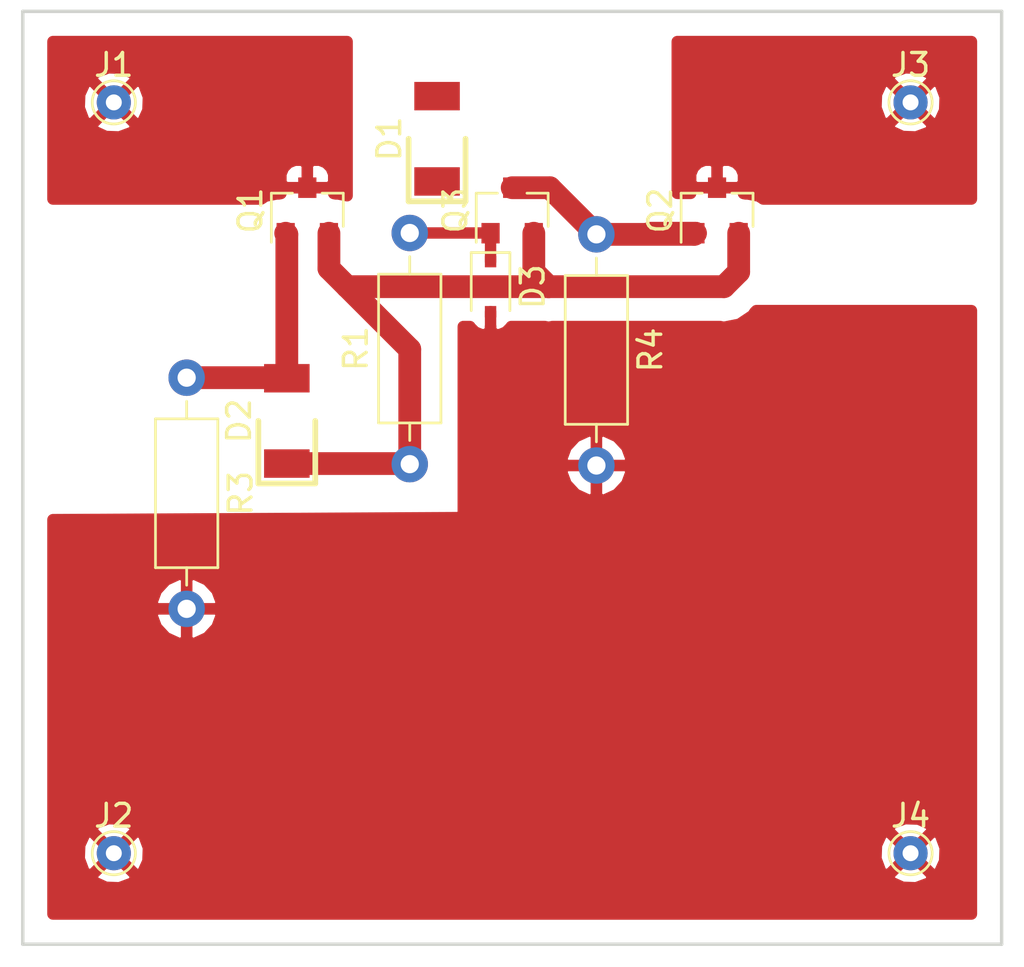
<source format=kicad_pcb>
(kicad_pcb (version 20171130) (host pcbnew "(5.0.2)-1")

  (general
    (thickness 1.6)
    (drawings 4)
    (tracks 27)
    (zones 0)
    (modules 13)
    (nets 8)
  )

  (page A4)
  (layers
    (0 F.Cu signal)
    (31 B.Cu signal)
    (32 B.Adhes user)
    (33 F.Adhes user)
    (34 B.Paste user)
    (35 F.Paste user)
    (36 B.SilkS user)
    (37 F.SilkS user)
    (38 B.Mask user)
    (39 F.Mask user)
    (40 Dwgs.User user)
    (41 Cmts.User user)
    (42 Eco1.User user)
    (43 Eco2.User user)
    (44 Edge.Cuts user)
    (45 Margin user)
    (46 B.CrtYd user)
    (47 F.CrtYd user)
    (48 B.Fab user)
    (49 F.Fab user)
  )

  (setup
    (last_trace_width 0.25)
    (user_trace_width 0.5)
    (user_trace_width 0.8)
    (user_trace_width 1)
    (trace_clearance 0.2)
    (zone_clearance 1)
    (zone_45_only no)
    (trace_min 0.2)
    (segment_width 0.2)
    (edge_width 0.15)
    (via_size 0.8)
    (via_drill 0.4)
    (via_min_size 0.4)
    (via_min_drill 0.3)
    (uvia_size 0.3)
    (uvia_drill 0.1)
    (uvias_allowed no)
    (uvia_min_size 0.2)
    (uvia_min_drill 0.1)
    (pcb_text_width 0.3)
    (pcb_text_size 1.5 1.5)
    (mod_edge_width 0.15)
    (mod_text_size 1 1)
    (mod_text_width 0.15)
    (pad_size 1.524 1.524)
    (pad_drill 0.762)
    (pad_to_mask_clearance 0.051)
    (solder_mask_min_width 0.25)
    (aux_axis_origin 0 0)
    (visible_elements 7FFFFFFF)
    (pcbplotparams
      (layerselection 0x010fc_ffffffff)
      (usegerberextensions false)
      (usegerberattributes false)
      (usegerberadvancedattributes false)
      (creategerberjobfile false)
      (excludeedgelayer true)
      (linewidth 0.100000)
      (plotframeref false)
      (viasonmask false)
      (mode 1)
      (useauxorigin false)
      (hpglpennumber 1)
      (hpglpenspeed 20)
      (hpglpendiameter 15.000000)
      (psnegative false)
      (psa4output false)
      (plotreference true)
      (plotvalue true)
      (plotinvisibletext false)
      (padsonsilk false)
      (subtractmaskfromsilk false)
      (outputformat 1)
      (mirror false)
      (drillshape 1)
      (scaleselection 1)
      (outputdirectory "images/"))
  )

  (net 0 "")
  (net 1 "Net-(D2-Pad2)")
  (net 2 "Net-(D3-Pad1)")
  (net 3 GND)
  (net 4 "Net-(J1-Pad1)")
  (net 5 "Net-(J3-Pad1)")
  (net 6 /Va)
  (net 7 "Net-(D1-Pad2)")

  (net_class Default "This is the default net class."
    (clearance 0.2)
    (trace_width 0.25)
    (via_dia 0.8)
    (via_drill 0.4)
    (uvia_dia 0.3)
    (uvia_drill 0.1)
    (add_net /Va)
    (add_net GND)
    (add_net "Net-(D1-Pad2)")
    (add_net "Net-(D2-Pad2)")
    (add_net "Net-(D3-Pad1)")
    (add_net "Net-(J1-Pad1)")
    (add_net "Net-(J3-Pad1)")
  )

  (module Vishay:Vishay_TZM5258B_SOD80 (layer F.Cu) (tedit 5ACF64C2) (tstamp 5C34BA3D)
    (at 171.6 78 90)
    (path /5C19090F)
    (fp_text reference D2 (at 0 -2.1 90) (layer F.SilkS)
      (effects (font (size 1 1) (thickness 0.15)))
    )
    (fp_text value 15V (at 0 1.8 90) (layer F.Fab)
      (effects (font (size 0.5 0.5) (thickness 0.125)))
    )
    (fp_line (start 0.4 0) (end 1.2 0) (layer F.Fab) (width 0.1))
    (fp_line (start -0.3 0) (end -1.2 0) (layer F.Fab) (width 0.1))
    (fp_line (start -0.3 0.5) (end -0.3 -0.4) (layer F.Fab) (width 0.1))
    (fp_line (start 0.4 0.3) (end 0.4 -0.3) (layer F.Fab) (width 0.1))
    (fp_line (start 0.4 -0.3) (end -0.3 0) (layer F.Fab) (width 0.1))
    (fp_line (start -0.3 0) (end 0.4 0.3) (layer F.Fab) (width 0.1))
    (fp_line (start -1.85 -0.8) (end 1.85 -0.8) (layer F.Fab) (width 0.1))
    (fp_line (start 1.85 -0.8) (end 1.85 0.8) (layer F.Fab) (width 0.1))
    (fp_line (start 1.85 0.8) (end -1.85 0.8) (layer F.Fab) (width 0.1))
    (fp_line (start -1.85 0.8) (end -1.85 -0.8) (layer F.Fab) (width 0.1))
    (fp_line (start 0 -1.25) (end -2.75 -1.25) (layer F.SilkS) (width 0.25))
    (fp_line (start -2.75 -1.25) (end -2.75 1.25) (layer F.SilkS) (width 0.25))
    (fp_line (start -2.75 1.25) (end 0 1.25) (layer F.SilkS) (width 0.25))
    (fp_line (start -2.7 -1.2) (end 2.7 -1.2) (layer F.CrtYd) (width 0.1))
    (fp_line (start 2.7 -1.2) (end 2.7 1.2) (layer F.CrtYd) (width 0.1))
    (fp_line (start 2.7 1.2) (end -2.7 1.2) (layer F.CrtYd) (width 0.1))
    (fp_line (start -2.7 1.2) (end -2.7 -1.2) (layer F.CrtYd) (width 0.1))
    (pad 1 smd rect (at -1.875 0 90) (size 1.25 2) (layers F.Cu F.Paste F.Mask)
      (net 6 /Va))
    (pad 2 smd rect (at 1.875 0 90) (size 1.25 2) (layers F.Cu F.Paste F.Mask)
      (net 1 "Net-(D2-Pad2)"))
  )

  (module Diode_SMD:D_SOD-323F (layer F.Cu) (tedit 590A48EB) (tstamp 5C34BA55)
    (at 180.55 72.1 270)
    (descr "SOD-323F http://www.nxp.com/documents/outline_drawing/SOD323F.pdf")
    (tags SOD-323F)
    (path /5C1AB135)
    (attr smd)
    (fp_text reference D3 (at 0 -1.85 270) (layer F.SilkS)
      (effects (font (size 1 1) (thickness 0.15)))
    )
    (fp_text value 26.29V (at 0.1 1.9 270) (layer F.Fab)
      (effects (font (size 1 1) (thickness 0.15)))
    )
    (fp_text user %R (at 0 -1.85 270) (layer F.Fab)
      (effects (font (size 1 1) (thickness 0.15)))
    )
    (fp_line (start -1.5 -0.85) (end -1.5 0.85) (layer F.SilkS) (width 0.12))
    (fp_line (start 0.2 0) (end 0.45 0) (layer F.Fab) (width 0.1))
    (fp_line (start 0.2 0.35) (end -0.3 0) (layer F.Fab) (width 0.1))
    (fp_line (start 0.2 -0.35) (end 0.2 0.35) (layer F.Fab) (width 0.1))
    (fp_line (start -0.3 0) (end 0.2 -0.35) (layer F.Fab) (width 0.1))
    (fp_line (start -0.3 0) (end -0.5 0) (layer F.Fab) (width 0.1))
    (fp_line (start -0.3 -0.35) (end -0.3 0.35) (layer F.Fab) (width 0.1))
    (fp_line (start -0.9 0.7) (end -0.9 -0.7) (layer F.Fab) (width 0.1))
    (fp_line (start 0.9 0.7) (end -0.9 0.7) (layer F.Fab) (width 0.1))
    (fp_line (start 0.9 -0.7) (end 0.9 0.7) (layer F.Fab) (width 0.1))
    (fp_line (start -0.9 -0.7) (end 0.9 -0.7) (layer F.Fab) (width 0.1))
    (fp_line (start -1.6 -0.95) (end 1.6 -0.95) (layer F.CrtYd) (width 0.05))
    (fp_line (start 1.6 -0.95) (end 1.6 0.95) (layer F.CrtYd) (width 0.05))
    (fp_line (start -1.6 0.95) (end 1.6 0.95) (layer F.CrtYd) (width 0.05))
    (fp_line (start -1.6 -0.95) (end -1.6 0.95) (layer F.CrtYd) (width 0.05))
    (fp_line (start -1.5 0.85) (end 1.05 0.85) (layer F.SilkS) (width 0.12))
    (fp_line (start -1.5 -0.85) (end 1.05 -0.85) (layer F.SilkS) (width 0.12))
    (pad 1 smd rect (at -1.1 0 270) (size 0.5 0.5) (layers F.Cu F.Paste F.Mask)
      (net 2 "Net-(D3-Pad1)"))
    (pad 2 smd rect (at 1.1 0 270) (size 0.5 0.5) (layers F.Cu F.Paste F.Mask)
      (net 3 GND))
    (model ${KISYS3DMOD}/Diode_SMD.3dshapes/D_SOD-323F.wrl
      (at (xyz 0 0 0))
      (scale (xyz 1 1 1))
      (rotate (xyz 0 0 0))
    )
  )

  (module TestPoint:TestPoint_THTPad_D1.5mm_Drill0.7mm (layer F.Cu) (tedit 5A0F774F) (tstamp 5C34BA5D)
    (at 164 64)
    (descr "THT pad as test Point, diameter 1.5mm, hole diameter 0.7mm")
    (tags "test point THT pad")
    (path /5C288352)
    (attr virtual)
    (fp_text reference J1 (at 0 -1.648) (layer F.SilkS)
      (effects (font (size 1 1) (thickness 0.15)))
    )
    (fp_text value +VIN (at 0 1.75) (layer F.Fab)
      (effects (font (size 1 1) (thickness 0.15)))
    )
    (fp_text user %R (at 0 -1.65) (layer F.Fab)
      (effects (font (size 1 1) (thickness 0.15)))
    )
    (fp_circle (center 0 0) (end 1.25 0) (layer F.CrtYd) (width 0.05))
    (fp_circle (center 0 0) (end 0 0.95) (layer F.SilkS) (width 0.12))
    (pad 1 thru_hole circle (at 0 0) (size 1.5 1.5) (drill 0.7) (layers *.Cu *.Mask)
      (net 4 "Net-(J1-Pad1)"))
  )

  (module TestPoint:TestPoint_THTPad_D1.5mm_Drill0.7mm (layer F.Cu) (tedit 5A0F774F) (tstamp 5C34BA65)
    (at 164 97)
    (descr "THT pad as test Point, diameter 1.5mm, hole diameter 0.7mm")
    (tags "test point THT pad")
    (path /5C2895FF)
    (attr virtual)
    (fp_text reference J2 (at 0 -1.648) (layer F.SilkS)
      (effects (font (size 1 1) (thickness 0.15)))
    )
    (fp_text value -VIN (at 0 1.75) (layer F.Fab)
      (effects (font (size 1 1) (thickness 0.15)))
    )
    (fp_text user %R (at 0 -1.65) (layer F.Fab)
      (effects (font (size 1 1) (thickness 0.15)))
    )
    (fp_circle (center 0 0) (end 1.25 0) (layer F.CrtYd) (width 0.05))
    (fp_circle (center 0 0) (end 0 0.95) (layer F.SilkS) (width 0.12))
    (pad 1 thru_hole circle (at 0 0) (size 1.5 1.5) (drill 0.7) (layers *.Cu *.Mask)
      (net 3 GND))
  )

  (module TestPoint:TestPoint_THTPad_D1.5mm_Drill0.7mm (layer F.Cu) (tedit 5A0F774F) (tstamp 5C34BA6D)
    (at 199 64)
    (descr "THT pad as test Point, diameter 1.5mm, hole diameter 0.7mm")
    (tags "test point THT pad")
    (path /5C288863)
    (attr virtual)
    (fp_text reference J3 (at 0 -1.648) (layer F.SilkS)
      (effects (font (size 1 1) (thickness 0.15)))
    )
    (fp_text value +VOUT (at 0 1.75) (layer F.Fab)
      (effects (font (size 1 1) (thickness 0.15)))
    )
    (fp_circle (center 0 0) (end 0 0.95) (layer F.SilkS) (width 0.12))
    (fp_circle (center 0 0) (end 1.25 0) (layer F.CrtYd) (width 0.05))
    (fp_text user %R (at 0 -1.65) (layer F.Fab)
      (effects (font (size 1 1) (thickness 0.15)))
    )
    (pad 1 thru_hole circle (at 0 0) (size 1.5 1.5) (drill 0.7) (layers *.Cu *.Mask)
      (net 5 "Net-(J3-Pad1)"))
  )

  (module TestPoint:TestPoint_THTPad_D1.5mm_Drill0.7mm (layer F.Cu) (tedit 5A0F774F) (tstamp 5C34BA75)
    (at 199 97)
    (descr "THT pad as test Point, diameter 1.5mm, hole diameter 0.7mm")
    (tags "test point THT pad")
    (path /5C28A4F0)
    (attr virtual)
    (fp_text reference J4 (at 0 -1.648) (layer F.SilkS)
      (effects (font (size 1 1) (thickness 0.15)))
    )
    (fp_text value -VOUT (at 0 1.75) (layer F.Fab)
      (effects (font (size 1 1) (thickness 0.15)))
    )
    (fp_circle (center 0 0) (end 0 0.95) (layer F.SilkS) (width 0.12))
    (fp_circle (center 0 0) (end 1.25 0) (layer F.CrtYd) (width 0.05))
    (fp_text user %R (at 0 -1.65) (layer F.Fab)
      (effects (font (size 1 1) (thickness 0.15)))
    )
    (pad 1 thru_hole circle (at 0 0) (size 1.5 1.5) (drill 0.7) (layers *.Cu *.Mask)
      (net 3 GND))
  )

  (module Package_TO_SOT_SMD:SOT-23 (layer F.Cu) (tedit 5A02FF57) (tstamp 5C34BA8A)
    (at 172.5 68.75 90)
    (descr "SOT-23, Standard")
    (tags SOT-23)
    (path /5C194281)
    (attr smd)
    (fp_text reference Q1 (at 0 -2.5 90) (layer F.SilkS)
      (effects (font (size 1 1) (thickness 0.15)))
    )
    (fp_text value DMP4065S (at 0 2.5 90) (layer F.Fab)
      (effects (font (size 1 1) (thickness 0.15)))
    )
    (fp_text user %R (at 0 0 180) (layer F.Fab)
      (effects (font (size 0.5 0.5) (thickness 0.075)))
    )
    (fp_line (start -0.7 -0.95) (end -0.7 1.5) (layer F.Fab) (width 0.1))
    (fp_line (start -0.15 -1.52) (end 0.7 -1.52) (layer F.Fab) (width 0.1))
    (fp_line (start -0.7 -0.95) (end -0.15 -1.52) (layer F.Fab) (width 0.1))
    (fp_line (start 0.7 -1.52) (end 0.7 1.52) (layer F.Fab) (width 0.1))
    (fp_line (start -0.7 1.52) (end 0.7 1.52) (layer F.Fab) (width 0.1))
    (fp_line (start 0.76 1.58) (end 0.76 0.65) (layer F.SilkS) (width 0.12))
    (fp_line (start 0.76 -1.58) (end 0.76 -0.65) (layer F.SilkS) (width 0.12))
    (fp_line (start -1.7 -1.75) (end 1.7 -1.75) (layer F.CrtYd) (width 0.05))
    (fp_line (start 1.7 -1.75) (end 1.7 1.75) (layer F.CrtYd) (width 0.05))
    (fp_line (start 1.7 1.75) (end -1.7 1.75) (layer F.CrtYd) (width 0.05))
    (fp_line (start -1.7 1.75) (end -1.7 -1.75) (layer F.CrtYd) (width 0.05))
    (fp_line (start 0.76 -1.58) (end -1.4 -1.58) (layer F.SilkS) (width 0.12))
    (fp_line (start 0.76 1.58) (end -0.7 1.58) (layer F.SilkS) (width 0.12))
    (pad 1 smd rect (at -1 -0.95 90) (size 0.9 0.8) (layers F.Cu F.Paste F.Mask)
      (net 1 "Net-(D2-Pad2)"))
    (pad 2 smd rect (at -1 0.95 90) (size 0.9 0.8) (layers F.Cu F.Paste F.Mask)
      (net 6 /Va))
    (pad 3 smd rect (at 1 0 90) (size 0.9 0.8) (layers F.Cu F.Paste F.Mask)
      (net 4 "Net-(J1-Pad1)"))
    (model ${KISYS3DMOD}/Package_TO_SOT_SMD.3dshapes/SOT-23.wrl
      (at (xyz 0 0 0))
      (scale (xyz 1 1 1))
      (rotate (xyz 0 0 0))
    )
  )

  (module Package_TO_SOT_SMD:SOT-23 (layer F.Cu) (tedit 5A02FF57) (tstamp 5C34BA9F)
    (at 190.5 68.75 90)
    (descr "SOT-23, Standard")
    (tags SOT-23)
    (path /5C1AB09D)
    (attr smd)
    (fp_text reference Q2 (at 0 -2.5 90) (layer F.SilkS)
      (effects (font (size 1 1) (thickness 0.15)))
    )
    (fp_text value DMP4065S (at 0 2.5 90) (layer F.Fab)
      (effects (font (size 1 1) (thickness 0.15)))
    )
    (fp_line (start 0.76 1.58) (end -0.7 1.58) (layer F.SilkS) (width 0.12))
    (fp_line (start 0.76 -1.58) (end -1.4 -1.58) (layer F.SilkS) (width 0.12))
    (fp_line (start -1.7 1.75) (end -1.7 -1.75) (layer F.CrtYd) (width 0.05))
    (fp_line (start 1.7 1.75) (end -1.7 1.75) (layer F.CrtYd) (width 0.05))
    (fp_line (start 1.7 -1.75) (end 1.7 1.75) (layer F.CrtYd) (width 0.05))
    (fp_line (start -1.7 -1.75) (end 1.7 -1.75) (layer F.CrtYd) (width 0.05))
    (fp_line (start 0.76 -1.58) (end 0.76 -0.65) (layer F.SilkS) (width 0.12))
    (fp_line (start 0.76 1.58) (end 0.76 0.65) (layer F.SilkS) (width 0.12))
    (fp_line (start -0.7 1.52) (end 0.7 1.52) (layer F.Fab) (width 0.1))
    (fp_line (start 0.7 -1.52) (end 0.7 1.52) (layer F.Fab) (width 0.1))
    (fp_line (start -0.7 -0.95) (end -0.15 -1.52) (layer F.Fab) (width 0.1))
    (fp_line (start -0.15 -1.52) (end 0.7 -1.52) (layer F.Fab) (width 0.1))
    (fp_line (start -0.7 -0.95) (end -0.7 1.5) (layer F.Fab) (width 0.1))
    (fp_text user %R (at 0 0 180) (layer F.Fab)
      (effects (font (size 0.5 0.5) (thickness 0.075)))
    )
    (pad 3 smd rect (at 1 0 90) (size 0.9 0.8) (layers F.Cu F.Paste F.Mask)
      (net 5 "Net-(J3-Pad1)"))
    (pad 2 smd rect (at -1 0.95 90) (size 0.9 0.8) (layers F.Cu F.Paste F.Mask)
      (net 6 /Va))
    (pad 1 smd rect (at -1 -0.95 90) (size 0.9 0.8) (layers F.Cu F.Paste F.Mask)
      (net 7 "Net-(D1-Pad2)"))
    (model ${KISYS3DMOD}/Package_TO_SOT_SMD.3dshapes/SOT-23.wrl
      (at (xyz 0 0 0))
      (scale (xyz 1 1 1))
      (rotate (xyz 0 0 0))
    )
  )

  (module Package_TO_SOT_SMD:SOT-23 (layer F.Cu) (tedit 5A02FF57) (tstamp 5C28C52F)
    (at 181.5 68.75 90)
    (descr "SOT-23, Standard")
    (tags SOT-23)
    (path /5C22B0E0)
    (attr smd)
    (fp_text reference Q3 (at 0 -2.5 90) (layer F.SilkS)
      (effects (font (size 1 1) (thickness 0.15)))
    )
    (fp_text value PMBT2907A (at 0 2.5 90) (layer F.Fab)
      (effects (font (size 1 1) (thickness 0.15)))
    )
    (fp_text user %R (at 0 0 180) (layer F.Fab)
      (effects (font (size 0.5 0.5) (thickness 0.075)))
    )
    (fp_line (start -0.7 -0.95) (end -0.7 1.5) (layer F.Fab) (width 0.1))
    (fp_line (start -0.15 -1.52) (end 0.7 -1.52) (layer F.Fab) (width 0.1))
    (fp_line (start -0.7 -0.95) (end -0.15 -1.52) (layer F.Fab) (width 0.1))
    (fp_line (start 0.7 -1.52) (end 0.7 1.52) (layer F.Fab) (width 0.1))
    (fp_line (start -0.7 1.52) (end 0.7 1.52) (layer F.Fab) (width 0.1))
    (fp_line (start 0.76 1.58) (end 0.76 0.65) (layer F.SilkS) (width 0.12))
    (fp_line (start 0.76 -1.58) (end 0.76 -0.65) (layer F.SilkS) (width 0.12))
    (fp_line (start -1.7 -1.75) (end 1.7 -1.75) (layer F.CrtYd) (width 0.05))
    (fp_line (start 1.7 -1.75) (end 1.7 1.75) (layer F.CrtYd) (width 0.05))
    (fp_line (start 1.7 1.75) (end -1.7 1.75) (layer F.CrtYd) (width 0.05))
    (fp_line (start -1.7 1.75) (end -1.7 -1.75) (layer F.CrtYd) (width 0.05))
    (fp_line (start 0.76 -1.58) (end -1.4 -1.58) (layer F.SilkS) (width 0.12))
    (fp_line (start 0.76 1.58) (end -0.7 1.58) (layer F.SilkS) (width 0.12))
    (pad 1 smd rect (at -1 -0.95 90) (size 0.9 0.8) (layers F.Cu F.Paste F.Mask)
      (net 2 "Net-(D3-Pad1)"))
    (pad 2 smd rect (at -1 0.95 90) (size 0.9 0.8) (layers F.Cu F.Paste F.Mask)
      (net 6 /Va))
    (pad 3 smd rect (at 1 0 90) (size 0.9 0.8) (layers F.Cu F.Paste F.Mask)
      (net 7 "Net-(D1-Pad2)"))
    (model ${KISYS3DMOD}/Package_TO_SOT_SMD.3dshapes/SOT-23.wrl
      (at (xyz 0 0 0))
      (scale (xyz 1 1 1))
      (rotate (xyz 0 0 0))
    )
  )

  (module Resistor_THT:R_Axial_DIN0207_L6.3mm_D2.5mm_P10.16mm_Horizontal (layer F.Cu) (tedit 5AE5139B) (tstamp 5C34BACB)
    (at 177 79.9 90)
    (descr "Resistor, Axial_DIN0207 series, Axial, Horizontal, pin pitch=10.16mm, 0.25W = 1/4W, length*diameter=6.3*2.5mm^2, http://cdn-reichelt.de/documents/datenblatt/B400/1_4W%23YAG.pdf")
    (tags "Resistor Axial_DIN0207 series Axial Horizontal pin pitch 10.16mm 0.25W = 1/4W length 6.3mm diameter 2.5mm")
    (path /5C1AD101)
    (fp_text reference R1 (at 5.08 -2.37 90) (layer F.SilkS)
      (effects (font (size 1 1) (thickness 0.15)))
    )
    (fp_text value 4.7k (at 5.08 2.37 90) (layer F.Fab)
      (effects (font (size 1 1) (thickness 0.15)))
    )
    (fp_text user %R (at 5.08 0 90) (layer F.Fab)
      (effects (font (size 1 1) (thickness 0.15)))
    )
    (fp_line (start 11.21 -1.5) (end -1.05 -1.5) (layer F.CrtYd) (width 0.05))
    (fp_line (start 11.21 1.5) (end 11.21 -1.5) (layer F.CrtYd) (width 0.05))
    (fp_line (start -1.05 1.5) (end 11.21 1.5) (layer F.CrtYd) (width 0.05))
    (fp_line (start -1.05 -1.5) (end -1.05 1.5) (layer F.CrtYd) (width 0.05))
    (fp_line (start 9.12 0) (end 8.35 0) (layer F.SilkS) (width 0.12))
    (fp_line (start 1.04 0) (end 1.81 0) (layer F.SilkS) (width 0.12))
    (fp_line (start 8.35 -1.37) (end 1.81 -1.37) (layer F.SilkS) (width 0.12))
    (fp_line (start 8.35 1.37) (end 8.35 -1.37) (layer F.SilkS) (width 0.12))
    (fp_line (start 1.81 1.37) (end 8.35 1.37) (layer F.SilkS) (width 0.12))
    (fp_line (start 1.81 -1.37) (end 1.81 1.37) (layer F.SilkS) (width 0.12))
    (fp_line (start 10.16 0) (end 8.23 0) (layer F.Fab) (width 0.1))
    (fp_line (start 0 0) (end 1.93 0) (layer F.Fab) (width 0.1))
    (fp_line (start 8.23 -1.25) (end 1.93 -1.25) (layer F.Fab) (width 0.1))
    (fp_line (start 8.23 1.25) (end 8.23 -1.25) (layer F.Fab) (width 0.1))
    (fp_line (start 1.93 1.25) (end 8.23 1.25) (layer F.Fab) (width 0.1))
    (fp_line (start 1.93 -1.25) (end 1.93 1.25) (layer F.Fab) (width 0.1))
    (pad 2 thru_hole oval (at 10.16 0 90) (size 1.6 1.6) (drill 0.8) (layers *.Cu *.Mask)
      (net 2 "Net-(D3-Pad1)"))
    (pad 1 thru_hole circle (at 0 0 90) (size 1.6 1.6) (drill 0.8) (layers *.Cu *.Mask)
      (net 6 /Va))
    (model ${KISYS3DMOD}/Resistor_THT.3dshapes/R_Axial_DIN0207_L6.3mm_D2.5mm_P10.16mm_Horizontal.wrl
      (at (xyz 0 0 0))
      (scale (xyz 1 1 1))
      (rotate (xyz 0 0 0))
    )
  )

  (module Resistor_THT:R_Axial_DIN0207_L6.3mm_D2.5mm_P10.16mm_Horizontal (layer F.Cu) (tedit 5AE5139B) (tstamp 5C34BAE2)
    (at 167.2 76.1 270)
    (descr "Resistor, Axial_DIN0207 series, Axial, Horizontal, pin pitch=10.16mm, 0.25W = 1/4W, length*diameter=6.3*2.5mm^2, http://cdn-reichelt.de/documents/datenblatt/B400/1_4W%23YAG.pdf")
    (tags "Resistor Axial_DIN0207 series Axial Horizontal pin pitch 10.16mm 0.25W = 1/4W length 6.3mm diameter 2.5mm")
    (path /5C19224A)
    (fp_text reference R3 (at 5.08 -2.37 270) (layer F.SilkS)
      (effects (font (size 1 1) (thickness 0.15)))
    )
    (fp_text value 4.7k (at 5.08 2.37 270) (layer F.Fab)
      (effects (font (size 1 1) (thickness 0.15)))
    )
    (fp_line (start 1.93 -1.25) (end 1.93 1.25) (layer F.Fab) (width 0.1))
    (fp_line (start 1.93 1.25) (end 8.23 1.25) (layer F.Fab) (width 0.1))
    (fp_line (start 8.23 1.25) (end 8.23 -1.25) (layer F.Fab) (width 0.1))
    (fp_line (start 8.23 -1.25) (end 1.93 -1.25) (layer F.Fab) (width 0.1))
    (fp_line (start 0 0) (end 1.93 0) (layer F.Fab) (width 0.1))
    (fp_line (start 10.16 0) (end 8.23 0) (layer F.Fab) (width 0.1))
    (fp_line (start 1.81 -1.37) (end 1.81 1.37) (layer F.SilkS) (width 0.12))
    (fp_line (start 1.81 1.37) (end 8.35 1.37) (layer F.SilkS) (width 0.12))
    (fp_line (start 8.35 1.37) (end 8.35 -1.37) (layer F.SilkS) (width 0.12))
    (fp_line (start 8.35 -1.37) (end 1.81 -1.37) (layer F.SilkS) (width 0.12))
    (fp_line (start 1.04 0) (end 1.81 0) (layer F.SilkS) (width 0.12))
    (fp_line (start 9.12 0) (end 8.35 0) (layer F.SilkS) (width 0.12))
    (fp_line (start -1.05 -1.5) (end -1.05 1.5) (layer F.CrtYd) (width 0.05))
    (fp_line (start -1.05 1.5) (end 11.21 1.5) (layer F.CrtYd) (width 0.05))
    (fp_line (start 11.21 1.5) (end 11.21 -1.5) (layer F.CrtYd) (width 0.05))
    (fp_line (start 11.21 -1.5) (end -1.05 -1.5) (layer F.CrtYd) (width 0.05))
    (fp_text user %R (at 5.08 0 270) (layer F.Fab)
      (effects (font (size 1 1) (thickness 0.15)))
    )
    (pad 1 thru_hole circle (at 0 0 270) (size 1.6 1.6) (drill 0.8) (layers *.Cu *.Mask)
      (net 1 "Net-(D2-Pad2)"))
    (pad 2 thru_hole oval (at 10.16 0 270) (size 1.6 1.6) (drill 0.8) (layers *.Cu *.Mask)
      (net 3 GND))
    (model ${KISYS3DMOD}/Resistor_THT.3dshapes/R_Axial_DIN0207_L6.3mm_D2.5mm_P10.16mm_Horizontal.wrl
      (at (xyz 0 0 0))
      (scale (xyz 1 1 1))
      (rotate (xyz 0 0 0))
    )
  )

  (module Resistor_THT:R_Axial_DIN0207_L6.3mm_D2.5mm_P10.16mm_Horizontal (layer F.Cu) (tedit 5AE5139B) (tstamp 5C34BAF9)
    (at 185.2 69.8 270)
    (descr "Resistor, Axial_DIN0207 series, Axial, Horizontal, pin pitch=10.16mm, 0.25W = 1/4W, length*diameter=6.3*2.5mm^2, http://cdn-reichelt.de/documents/datenblatt/B400/1_4W%23YAG.pdf")
    (tags "Resistor Axial_DIN0207 series Axial Horizontal pin pitch 10.16mm 0.25W = 1/4W length 6.3mm diameter 2.5mm")
    (path /5C1AD166)
    (fp_text reference R4 (at 5.08 -2.37 270) (layer F.SilkS)
      (effects (font (size 1 1) (thickness 0.15)))
    )
    (fp_text value 4.7k (at 5.08 2.37 270) (layer F.Fab)
      (effects (font (size 1 1) (thickness 0.15)))
    )
    (fp_line (start 1.93 -1.25) (end 1.93 1.25) (layer F.Fab) (width 0.1))
    (fp_line (start 1.93 1.25) (end 8.23 1.25) (layer F.Fab) (width 0.1))
    (fp_line (start 8.23 1.25) (end 8.23 -1.25) (layer F.Fab) (width 0.1))
    (fp_line (start 8.23 -1.25) (end 1.93 -1.25) (layer F.Fab) (width 0.1))
    (fp_line (start 0 0) (end 1.93 0) (layer F.Fab) (width 0.1))
    (fp_line (start 10.16 0) (end 8.23 0) (layer F.Fab) (width 0.1))
    (fp_line (start 1.81 -1.37) (end 1.81 1.37) (layer F.SilkS) (width 0.12))
    (fp_line (start 1.81 1.37) (end 8.35 1.37) (layer F.SilkS) (width 0.12))
    (fp_line (start 8.35 1.37) (end 8.35 -1.37) (layer F.SilkS) (width 0.12))
    (fp_line (start 8.35 -1.37) (end 1.81 -1.37) (layer F.SilkS) (width 0.12))
    (fp_line (start 1.04 0) (end 1.81 0) (layer F.SilkS) (width 0.12))
    (fp_line (start 9.12 0) (end 8.35 0) (layer F.SilkS) (width 0.12))
    (fp_line (start -1.05 -1.5) (end -1.05 1.5) (layer F.CrtYd) (width 0.05))
    (fp_line (start -1.05 1.5) (end 11.21 1.5) (layer F.CrtYd) (width 0.05))
    (fp_line (start 11.21 1.5) (end 11.21 -1.5) (layer F.CrtYd) (width 0.05))
    (fp_line (start 11.21 -1.5) (end -1.05 -1.5) (layer F.CrtYd) (width 0.05))
    (fp_text user %R (at 5.08 0 270) (layer F.Fab)
      (effects (font (size 1 1) (thickness 0.15)))
    )
    (pad 1 thru_hole circle (at 0 0 270) (size 1.6 1.6) (drill 0.8) (layers *.Cu *.Mask)
      (net 7 "Net-(D1-Pad2)"))
    (pad 2 thru_hole oval (at 10.16 0 270) (size 1.6 1.6) (drill 0.8) (layers *.Cu *.Mask)
      (net 3 GND))
    (model ${KISYS3DMOD}/Resistor_THT.3dshapes/R_Axial_DIN0207_L6.3mm_D2.5mm_P10.16mm_Horizontal.wrl
      (at (xyz 0 0 0))
      (scale (xyz 1 1 1))
      (rotate (xyz 0 0 0))
    )
  )

  (module Vishay:Vishay_TZM5258B_SOD80 (layer F.Cu) (tedit 5ACF64C2) (tstamp 5C2AAB9B)
    (at 178.2 65.6 90)
    (path /5C2ACD9F)
    (fp_text reference D1 (at 0 -2.1 90) (layer F.SilkS)
      (effects (font (size 1 1) (thickness 0.15)))
    )
    (fp_text value 15V (at 0 1.8 90) (layer F.Fab)
      (effects (font (size 0.5 0.5) (thickness 0.125)))
    )
    (fp_line (start 0.4 0) (end 1.2 0) (layer F.Fab) (width 0.1))
    (fp_line (start -0.3 0) (end -1.2 0) (layer F.Fab) (width 0.1))
    (fp_line (start -0.3 0.5) (end -0.3 -0.4) (layer F.Fab) (width 0.1))
    (fp_line (start 0.4 0.3) (end 0.4 -0.3) (layer F.Fab) (width 0.1))
    (fp_line (start 0.4 -0.3) (end -0.3 0) (layer F.Fab) (width 0.1))
    (fp_line (start -0.3 0) (end 0.4 0.3) (layer F.Fab) (width 0.1))
    (fp_line (start -1.85 -0.8) (end 1.85 -0.8) (layer F.Fab) (width 0.1))
    (fp_line (start 1.85 -0.8) (end 1.85 0.8) (layer F.Fab) (width 0.1))
    (fp_line (start 1.85 0.8) (end -1.85 0.8) (layer F.Fab) (width 0.1))
    (fp_line (start -1.85 0.8) (end -1.85 -0.8) (layer F.Fab) (width 0.1))
    (fp_line (start 0 -1.25) (end -2.75 -1.25) (layer F.SilkS) (width 0.25))
    (fp_line (start -2.75 -1.25) (end -2.75 1.25) (layer F.SilkS) (width 0.25))
    (fp_line (start -2.75 1.25) (end 0 1.25) (layer F.SilkS) (width 0.25))
    (fp_line (start -2.7 -1.2) (end 2.7 -1.2) (layer F.CrtYd) (width 0.1))
    (fp_line (start 2.7 -1.2) (end 2.7 1.2) (layer F.CrtYd) (width 0.1))
    (fp_line (start 2.7 1.2) (end -2.7 1.2) (layer F.CrtYd) (width 0.1))
    (fp_line (start -2.7 1.2) (end -2.7 -1.2) (layer F.CrtYd) (width 0.1))
    (pad 1 smd rect (at -1.875 0 90) (size 1.25 2) (layers F.Cu F.Paste F.Mask)
      (net 6 /Va))
    (pad 2 smd rect (at 1.875 0 90) (size 1.25 2) (layers F.Cu F.Paste F.Mask)
      (net 7 "Net-(D1-Pad2)"))
  )

  (gr_line (start 160 101) (end 160 60) (layer Edge.Cuts) (width 0.15))
  (gr_line (start 203 101) (end 160 101) (layer Edge.Cuts) (width 0.15))
  (gr_line (start 203 60) (end 203 101) (layer Edge.Cuts) (width 0.15))
  (gr_line (start 160 60) (end 203 60) (layer Edge.Cuts) (width 0.15))

  (segment (start 191.45 71.45) (end 191.45 69.75) (width 1) (layer F.Cu) (net 6))
  (segment (start 190.8 72.1) (end 191.45 71.45) (width 1) (layer F.Cu) (net 6))
  (segment (start 173.45 69.75) (end 173.45 71.3) (width 1) (layer F.Cu) (net 6))
  (segment (start 173.45 71.3) (end 174.25 72.1) (width 1) (layer F.Cu) (net 6))
  (segment (start 182.45 71.45) (end 183.1 72.1) (width 1) (layer F.Cu) (net 6))
  (segment (start 182.45 69.75) (end 182.45 71.45) (width 1) (layer F.Cu) (net 6))
  (segment (start 174.25 72.1) (end 183.1 72.1) (width 1) (layer F.Cu) (net 6))
  (segment (start 183.1 72.1) (end 190.8 72.1) (width 1) (layer F.Cu) (net 6))
  (segment (start 177 74.85) (end 174.25 72.1) (width 1) (layer F.Cu) (net 6))
  (segment (start 177 79.9) (end 177 74.85) (width 1) (layer F.Cu) (net 6))
  (segment (start 176.975 79.875) (end 177 79.9) (width 1) (layer F.Cu) (net 6))
  (segment (start 171.6 79.875) (end 176.975 79.875) (width 1) (layer F.Cu) (net 6))
  (segment (start 171.6 69.8) (end 171.55 69.75) (width 1) (layer F.Cu) (net 1))
  (segment (start 171.6 76.125) (end 171.6 69.8) (width 1) (layer F.Cu) (net 1))
  (segment (start 171.575 76.1) (end 171.6 76.125) (width 1) (layer F.Cu) (net 1))
  (segment (start 167.2 76.1) (end 171.575 76.1) (width 1) (layer F.Cu) (net 1))
  (segment (start 180.54 69.74) (end 180.55 69.75) (width 0.5) (layer F.Cu) (net 2))
  (segment (start 177 69.74) (end 180.54 69.74) (width 0.5) (layer F.Cu) (net 2))
  (segment (start 180.55 71) (end 180.55 69.75) (width 0.5) (layer F.Cu) (net 2))
  (segment (start 180.55 73.2) (end 180.55 79.05) (width 0.5) (layer F.Cu) (net 3))
  (segment (start 181.46 79.96) (end 185.2 79.96) (width 0.5) (layer F.Cu) (net 3))
  (segment (start 180.55 79.05) (end 181.46 79.96) (width 0.5) (layer F.Cu) (net 3))
  (segment (start 189.55 69.75) (end 187.55 69.75) (width 1) (layer F.Cu) (net 7))
  (segment (start 189.5 69.8) (end 189.55 69.75) (width 1) (layer F.Cu) (net 7))
  (segment (start 185.2 69.8) (end 189.5 69.8) (width 1) (layer F.Cu) (net 7))
  (segment (start 183.15 67.75) (end 185.2 69.8) (width 1) (layer F.Cu) (net 7))
  (segment (start 181.5 67.75) (end 183.15 67.75) (width 1) (layer F.Cu) (net 7))

  (zone (net 4) (net_name "Net-(J1-Pad1)") (layer F.Cu) (tstamp 0) (hatch edge 0.508)
    (connect_pads (clearance 1))
    (min_thickness 0.5)
    (fill yes (arc_segments 16) (thermal_gap 0.508) (thermal_bridge_width 0.508))
    (polygon
      (pts
        (xy 159.5 59.5) (xy 174.5 59.5) (xy 174.5 68.5) (xy 159.5 68.5)
      )
    )
    (filled_polygon
      (pts
        (xy 174.25 68.105077) (xy 173.85 68.025512) (xy 173.750613 68.025512) (xy 173.658 68.00709) (xy 173.658 67.9435)
        (xy 173.4685 67.754) (xy 172.504 67.754) (xy 172.504 67.774) (xy 172.496 67.774) (xy 172.496 67.754)
        (xy 171.5315 67.754) (xy 171.342 67.9435) (xy 171.342 68.007091) (xy 171.249389 68.025512) (xy 171.15 68.025512)
        (xy 170.662275 68.122527) (xy 170.471498 68.25) (xy 161.325 68.25) (xy 161.325 67.149224) (xy 171.342 67.149224)
        (xy 171.342 67.5565) (xy 171.5315 67.746) (xy 172.496 67.746) (xy 172.496 66.7315) (xy 172.504 66.7315)
        (xy 172.504 67.746) (xy 173.4685 67.746) (xy 173.658 67.5565) (xy 173.658 67.149224) (xy 173.542601 66.870627)
        (xy 173.329372 66.657398) (xy 173.050775 66.542) (xy 172.6935 66.542) (xy 172.504 66.7315) (xy 172.496 66.7315)
        (xy 172.3065 66.542) (xy 171.949225 66.542) (xy 171.670628 66.657398) (xy 171.457399 66.870627) (xy 171.342 67.149224)
        (xy 161.325 67.149224) (xy 161.325 64.956035) (xy 163.049622 64.956035) (xy 163.099494 65.246246) (xy 163.644958 65.49599)
        (xy 164.244475 65.517983) (xy 164.806773 65.308877) (xy 164.900506 65.246246) (xy 164.950378 64.956035) (xy 164 64.005657)
        (xy 163.049622 64.956035) (xy 161.325 64.956035) (xy 161.325 64.244475) (xy 162.482017 64.244475) (xy 162.691123 64.806773)
        (xy 162.753754 64.900506) (xy 163.043965 64.950378) (xy 163.994343 64) (xy 164.005657 64) (xy 164.956035 64.950378)
        (xy 165.246246 64.900506) (xy 165.49599 64.355042) (xy 165.517983 63.755525) (xy 165.308877 63.193227) (xy 165.246246 63.099494)
        (xy 164.956035 63.049622) (xy 164.005657 64) (xy 163.994343 64) (xy 163.043965 63.049622) (xy 162.753754 63.099494)
        (xy 162.50401 63.644958) (xy 162.482017 64.244475) (xy 161.325 64.244475) (xy 161.325 63.043965) (xy 163.049622 63.043965)
        (xy 164 63.994343) (xy 164.950378 63.043965) (xy 164.900506 62.753754) (xy 164.355042 62.50401) (xy 163.755525 62.482017)
        (xy 163.193227 62.691123) (xy 163.099494 62.753754) (xy 163.049622 63.043965) (xy 161.325 63.043965) (xy 161.325 61.325)
        (xy 174.25 61.325)
      )
    )
  )
  (zone (net 5) (net_name "Net-(J3-Pad1)") (layer F.Cu) (tstamp 0) (hatch edge 0.508)
    (connect_pads (clearance 1))
    (min_thickness 0.5)
    (fill yes (arc_segments 16) (thermal_gap 0.508) (thermal_bridge_width 0.508))
    (polygon
      (pts
        (xy 203.5 59.5) (xy 203.5 68.5) (xy 188.5 68.5) (xy 188.5 59.5)
      )
    )
    (filled_polygon
      (pts
        (xy 201.675 68.25) (xy 192.528502 68.25) (xy 192.337725 68.122527) (xy 191.85 68.025512) (xy 191.750614 68.025512)
        (xy 191.658 68.00709) (xy 191.658 67.9435) (xy 191.4685 67.754) (xy 190.504 67.754) (xy 190.504 67.774)
        (xy 190.496 67.774) (xy 190.496 67.754) (xy 189.5315 67.754) (xy 189.342 67.9435) (xy 189.342 68)
        (xy 188.75 68) (xy 188.75 67.149224) (xy 189.342 67.149224) (xy 189.342 67.5565) (xy 189.5315 67.746)
        (xy 190.496 67.746) (xy 190.496 66.7315) (xy 190.504 66.7315) (xy 190.504 67.746) (xy 191.4685 67.746)
        (xy 191.658 67.5565) (xy 191.658 67.149224) (xy 191.542601 66.870627) (xy 191.329372 66.657398) (xy 191.050775 66.542)
        (xy 190.6935 66.542) (xy 190.504 66.7315) (xy 190.496 66.7315) (xy 190.3065 66.542) (xy 189.949225 66.542)
        (xy 189.670628 66.657398) (xy 189.457399 66.870627) (xy 189.342 67.149224) (xy 188.75 67.149224) (xy 188.75 64.956035)
        (xy 198.049622 64.956035) (xy 198.099494 65.246246) (xy 198.644958 65.49599) (xy 199.244475 65.517983) (xy 199.806773 65.308877)
        (xy 199.900506 65.246246) (xy 199.950378 64.956035) (xy 199 64.005657) (xy 198.049622 64.956035) (xy 188.75 64.956035)
        (xy 188.75 64.244475) (xy 197.482017 64.244475) (xy 197.691123 64.806773) (xy 197.753754 64.900506) (xy 198.043965 64.950378)
        (xy 198.994343 64) (xy 199.005657 64) (xy 199.956035 64.950378) (xy 200.246246 64.900506) (xy 200.49599 64.355042)
        (xy 200.517983 63.755525) (xy 200.308877 63.193227) (xy 200.246246 63.099494) (xy 199.956035 63.049622) (xy 199.005657 64)
        (xy 198.994343 64) (xy 198.043965 63.049622) (xy 197.753754 63.099494) (xy 197.50401 63.644958) (xy 197.482017 64.244475)
        (xy 188.75 64.244475) (xy 188.75 63.043965) (xy 198.049622 63.043965) (xy 199 63.994343) (xy 199.950378 63.043965)
        (xy 199.900506 62.753754) (xy 199.355042 62.50401) (xy 198.755525 62.482017) (xy 198.193227 62.691123) (xy 198.099494 62.753754)
        (xy 198.049622 63.043965) (xy 188.75 63.043965) (xy 188.75 61.325) (xy 201.675 61.325)
      )
    )
  )
  (zone (net 3) (net_name GND) (layer F.Cu) (tstamp 0) (hatch edge 0.508)
    (connect_pads (clearance 1))
    (min_thickness 0.5)
    (fill yes (arc_segments 16) (thermal_gap 0.508) (thermal_bridge_width 0.508))
    (polygon
      (pts
        (xy 204 102) (xy 159 102) (xy 159 82.1) (xy 179.1 82) (xy 179.1 72.9)
        (xy 204 72.9)
      )
    )
    (filled_polygon
      (pts
        (xy 201.675001 99.675) (xy 161.325 99.675) (xy 161.325 97.956035) (xy 163.049622 97.956035) (xy 163.099494 98.246246)
        (xy 163.644958 98.49599) (xy 164.244475 98.517983) (xy 164.806773 98.308877) (xy 164.900506 98.246246) (xy 164.950378 97.956035)
        (xy 198.049622 97.956035) (xy 198.099494 98.246246) (xy 198.644958 98.49599) (xy 199.244475 98.517983) (xy 199.806773 98.308877)
        (xy 199.900506 98.246246) (xy 199.950378 97.956035) (xy 199 97.005657) (xy 198.049622 97.956035) (xy 164.950378 97.956035)
        (xy 164 97.005657) (xy 163.049622 97.956035) (xy 161.325 97.956035) (xy 161.325 97.244475) (xy 162.482017 97.244475)
        (xy 162.691123 97.806773) (xy 162.753754 97.900506) (xy 163.043965 97.950378) (xy 163.994343 97) (xy 164.005657 97)
        (xy 164.956035 97.950378) (xy 165.246246 97.900506) (xy 165.49599 97.355042) (xy 165.500046 97.244475) (xy 197.482017 97.244475)
        (xy 197.691123 97.806773) (xy 197.753754 97.900506) (xy 198.043965 97.950378) (xy 198.994343 97) (xy 199.005657 97)
        (xy 199.956035 97.950378) (xy 200.246246 97.900506) (xy 200.49599 97.355042) (xy 200.517983 96.755525) (xy 200.308877 96.193227)
        (xy 200.246246 96.099494) (xy 199.956035 96.049622) (xy 199.005657 97) (xy 198.994343 97) (xy 198.043965 96.049622)
        (xy 197.753754 96.099494) (xy 197.50401 96.644958) (xy 197.482017 97.244475) (xy 165.500046 97.244475) (xy 165.517983 96.755525)
        (xy 165.308877 96.193227) (xy 165.246246 96.099494) (xy 164.956035 96.049622) (xy 164.005657 97) (xy 163.994343 97)
        (xy 163.043965 96.049622) (xy 162.753754 96.099494) (xy 162.50401 96.644958) (xy 162.482017 97.244475) (xy 161.325 97.244475)
        (xy 161.325 96.043965) (xy 163.049622 96.043965) (xy 164 96.994343) (xy 164.950378 96.043965) (xy 198.049622 96.043965)
        (xy 199 96.994343) (xy 199.950378 96.043965) (xy 199.900506 95.753754) (xy 199.355042 95.50401) (xy 198.755525 95.482017)
        (xy 198.193227 95.691123) (xy 198.099494 95.753754) (xy 198.049622 96.043965) (xy 164.950378 96.043965) (xy 164.900506 95.753754)
        (xy 164.355042 95.50401) (xy 163.755525 95.482017) (xy 163.193227 95.691123) (xy 163.099494 95.753754) (xy 163.049622 96.043965)
        (xy 161.325 96.043965) (xy 161.325 86.507675) (xy 165.661812 86.507675) (xy 165.873681 87.077461) (xy 166.28747 87.522796)
        (xy 166.840183 87.775881) (xy 166.952325 87.798188) (xy 167.196 87.628494) (xy 167.196 86.264) (xy 167.204 86.264)
        (xy 167.204 87.628494) (xy 167.447675 87.798188) (xy 167.559817 87.775881) (xy 168.11253 87.522796) (xy 168.526319 87.077461)
        (xy 168.738188 86.507675) (xy 168.568495 86.264) (xy 167.204 86.264) (xy 167.196 86.264) (xy 165.831505 86.264)
        (xy 165.661812 86.507675) (xy 161.325 86.507675) (xy 161.325 86.012325) (xy 165.661812 86.012325) (xy 165.831505 86.256)
        (xy 167.196 86.256) (xy 167.196 84.891506) (xy 167.204 84.891506) (xy 167.204 86.256) (xy 168.568495 86.256)
        (xy 168.738188 86.012325) (xy 168.526319 85.442539) (xy 168.11253 84.997204) (xy 167.559817 84.744119) (xy 167.447675 84.721812)
        (xy 167.204 84.891506) (xy 167.196 84.891506) (xy 166.952325 84.721812) (xy 166.840183 84.744119) (xy 166.28747 84.997204)
        (xy 165.873681 85.442539) (xy 165.661812 86.012325) (xy 161.325 86.012325) (xy 161.325 82.338436) (xy 179.101244 82.249997)
        (xy 179.196819 82.230491) (xy 179.277654 82.175895) (xy 179.331443 82.094521) (xy 179.35 82) (xy 179.35 80.207675)
        (xy 183.661812 80.207675) (xy 183.873681 80.777461) (xy 184.28747 81.222796) (xy 184.840183 81.475881) (xy 184.952325 81.498188)
        (xy 185.196 81.328494) (xy 185.196 79.964) (xy 185.204 79.964) (xy 185.204 81.328494) (xy 185.447675 81.498188)
        (xy 185.559817 81.475881) (xy 186.11253 81.222796) (xy 186.526319 80.777461) (xy 186.738188 80.207675) (xy 186.568495 79.964)
        (xy 185.204 79.964) (xy 185.196 79.964) (xy 183.831505 79.964) (xy 183.661812 80.207675) (xy 179.35 80.207675)
        (xy 179.35 79.712325) (xy 183.661812 79.712325) (xy 183.831505 79.956) (xy 185.196 79.956) (xy 185.196 78.591506)
        (xy 185.204 78.591506) (xy 185.204 79.956) (xy 186.568495 79.956) (xy 186.738188 79.712325) (xy 186.526319 79.142539)
        (xy 186.11253 78.697204) (xy 185.559817 78.444119) (xy 185.447675 78.421812) (xy 185.204 78.591506) (xy 185.196 78.591506)
        (xy 184.952325 78.421812) (xy 184.840183 78.444119) (xy 184.28747 78.697204) (xy 183.873681 79.142539) (xy 183.661812 79.712325)
        (xy 179.35 79.712325) (xy 179.35 73.85) (xy 179.645232 73.85) (xy 179.657399 73.879373) (xy 179.870628 74.092602)
        (xy 180.149225 74.208) (xy 180.3565 74.208) (xy 180.546 74.0185) (xy 180.546 73.85) (xy 180.554 73.85)
        (xy 180.554 74.0185) (xy 180.7435 74.208) (xy 180.950775 74.208) (xy 181.229372 74.092602) (xy 181.442601 73.879373)
        (xy 181.454768 73.85) (xy 182.927647 73.85) (xy 183.1 73.884283) (xy 183.272353 73.85) (xy 190.627647 73.85)
        (xy 190.8 73.884283) (xy 190.972353 73.85) (xy 190.972357 73.85) (xy 191.482816 73.748463) (xy 192.061679 73.361679)
        (xy 192.159312 73.21556) (xy 192.224872 73.15) (xy 201.675 73.15)
      )
    )
  )
)

</source>
